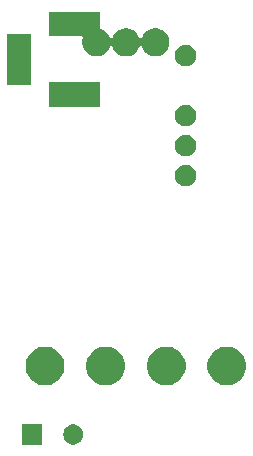
<source format=gbs>
G04 #@! TF.GenerationSoftware,KiCad,Pcbnew,5.1.6*
G04 #@! TF.CreationDate,2020-08-29T11:24:11+02:00*
G04 #@! TF.ProjectId,a1200_pwr,61313230-305f-4707-9772-2e6b69636164,1*
G04 #@! TF.SameCoordinates,Original*
G04 #@! TF.FileFunction,Soldermask,Bot*
G04 #@! TF.FilePolarity,Negative*
%FSLAX46Y46*%
G04 Gerber Fmt 4.6, Leading zero omitted, Abs format (unit mm)*
G04 Created by KiCad (PCBNEW 5.1.6) date 2020-08-29 11:24:11*
%MOMM*%
%LPD*%
G01*
G04 APERTURE LIST*
%ADD10C,0.100000*%
G04 APERTURE END LIST*
D10*
G36*
X141835328Y-96527203D02*
G01*
X141990200Y-96591353D01*
X142129581Y-96684485D01*
X142248115Y-96803019D01*
X142341247Y-96942400D01*
X142405397Y-97097272D01*
X142438100Y-97261684D01*
X142438100Y-97429316D01*
X142405397Y-97593728D01*
X142341247Y-97748600D01*
X142248115Y-97887981D01*
X142129581Y-98006515D01*
X141990200Y-98099647D01*
X141835328Y-98163797D01*
X141670916Y-98196500D01*
X141503284Y-98196500D01*
X141338872Y-98163797D01*
X141184000Y-98099647D01*
X141044619Y-98006515D01*
X140926085Y-97887981D01*
X140832953Y-97748600D01*
X140768803Y-97593728D01*
X140736100Y-97429316D01*
X140736100Y-97261684D01*
X140768803Y-97097272D01*
X140832953Y-96942400D01*
X140926085Y-96803019D01*
X141044619Y-96684485D01*
X141184000Y-96591353D01*
X141338872Y-96527203D01*
X141503284Y-96494500D01*
X141670916Y-96494500D01*
X141835328Y-96527203D01*
G37*
G36*
X138938100Y-98196500D02*
G01*
X137236100Y-98196500D01*
X137236100Y-96494500D01*
X138938100Y-96494500D01*
X138938100Y-98196500D01*
G37*
G36*
X144812932Y-89968466D02*
G01*
X145111119Y-90091979D01*
X145111121Y-90091980D01*
X145379483Y-90271294D01*
X145607706Y-90499517D01*
X145607707Y-90499519D01*
X145787021Y-90767881D01*
X145910534Y-91066068D01*
X145973500Y-91382620D01*
X145973500Y-91705380D01*
X145910534Y-92021932D01*
X145787021Y-92320119D01*
X145787020Y-92320121D01*
X145607706Y-92588483D01*
X145379483Y-92816706D01*
X145111121Y-92996020D01*
X145111120Y-92996021D01*
X145111119Y-92996021D01*
X144812932Y-93119534D01*
X144496380Y-93182500D01*
X144173620Y-93182500D01*
X143857068Y-93119534D01*
X143558881Y-92996021D01*
X143558880Y-92996021D01*
X143558879Y-92996020D01*
X143290517Y-92816706D01*
X143062294Y-92588483D01*
X142882980Y-92320121D01*
X142882979Y-92320119D01*
X142759466Y-92021932D01*
X142696500Y-91705380D01*
X142696500Y-91382620D01*
X142759466Y-91066068D01*
X142882979Y-90767881D01*
X143062293Y-90499519D01*
X143062294Y-90499517D01*
X143290517Y-90271294D01*
X143558879Y-90091980D01*
X143558881Y-90091979D01*
X143857068Y-89968466D01*
X144173620Y-89905500D01*
X144496380Y-89905500D01*
X144812932Y-89968466D01*
G37*
G36*
X155072932Y-89968466D02*
G01*
X155371119Y-90091979D01*
X155371121Y-90091980D01*
X155639483Y-90271294D01*
X155867706Y-90499517D01*
X155867707Y-90499519D01*
X156047021Y-90767881D01*
X156170534Y-91066068D01*
X156233500Y-91382620D01*
X156233500Y-91705380D01*
X156170534Y-92021932D01*
X156047021Y-92320119D01*
X156047020Y-92320121D01*
X155867706Y-92588483D01*
X155639483Y-92816706D01*
X155371121Y-92996020D01*
X155371120Y-92996021D01*
X155371119Y-92996021D01*
X155072932Y-93119534D01*
X154756380Y-93182500D01*
X154433620Y-93182500D01*
X154117068Y-93119534D01*
X153818881Y-92996021D01*
X153818880Y-92996021D01*
X153818879Y-92996020D01*
X153550517Y-92816706D01*
X153322294Y-92588483D01*
X153142980Y-92320121D01*
X153142979Y-92320119D01*
X153019466Y-92021932D01*
X152956500Y-91705380D01*
X152956500Y-91382620D01*
X153019466Y-91066068D01*
X153142979Y-90767881D01*
X153322293Y-90499519D01*
X153322294Y-90499517D01*
X153550517Y-90271294D01*
X153818879Y-90091980D01*
X153818881Y-90091979D01*
X154117068Y-89968466D01*
X154433620Y-89905500D01*
X154756380Y-89905500D01*
X155072932Y-89968466D01*
G37*
G36*
X139682932Y-89968466D02*
G01*
X139981119Y-90091979D01*
X139981121Y-90091980D01*
X140249483Y-90271294D01*
X140477706Y-90499517D01*
X140477707Y-90499519D01*
X140657021Y-90767881D01*
X140780534Y-91066068D01*
X140843500Y-91382620D01*
X140843500Y-91705380D01*
X140780534Y-92021932D01*
X140657021Y-92320119D01*
X140657020Y-92320121D01*
X140477706Y-92588483D01*
X140249483Y-92816706D01*
X139981121Y-92996020D01*
X139981120Y-92996021D01*
X139981119Y-92996021D01*
X139682932Y-93119534D01*
X139366380Y-93182500D01*
X139043620Y-93182500D01*
X138727068Y-93119534D01*
X138428881Y-92996021D01*
X138428880Y-92996021D01*
X138428879Y-92996020D01*
X138160517Y-92816706D01*
X137932294Y-92588483D01*
X137752980Y-92320121D01*
X137752979Y-92320119D01*
X137629466Y-92021932D01*
X137566500Y-91705380D01*
X137566500Y-91382620D01*
X137629466Y-91066068D01*
X137752979Y-90767881D01*
X137932293Y-90499519D01*
X137932294Y-90499517D01*
X138160517Y-90271294D01*
X138428879Y-90091980D01*
X138428881Y-90091979D01*
X138727068Y-89968466D01*
X139043620Y-89905500D01*
X139366380Y-89905500D01*
X139682932Y-89968466D01*
G37*
G36*
X149942932Y-89968466D02*
G01*
X150241119Y-90091979D01*
X150241121Y-90091980D01*
X150509483Y-90271294D01*
X150737706Y-90499517D01*
X150737707Y-90499519D01*
X150917021Y-90767881D01*
X151040534Y-91066068D01*
X151103500Y-91382620D01*
X151103500Y-91705380D01*
X151040534Y-92021932D01*
X150917021Y-92320119D01*
X150917020Y-92320121D01*
X150737706Y-92588483D01*
X150509483Y-92816706D01*
X150241121Y-92996020D01*
X150241120Y-92996021D01*
X150241119Y-92996021D01*
X149942932Y-93119534D01*
X149626380Y-93182500D01*
X149303620Y-93182500D01*
X148987068Y-93119534D01*
X148688881Y-92996021D01*
X148688880Y-92996021D01*
X148688879Y-92996020D01*
X148420517Y-92816706D01*
X148192294Y-92588483D01*
X148012980Y-92320121D01*
X148012979Y-92320119D01*
X147889466Y-92021932D01*
X147826500Y-91705380D01*
X147826500Y-91382620D01*
X147889466Y-91066068D01*
X148012979Y-90767881D01*
X148192293Y-90499519D01*
X148192294Y-90499517D01*
X148420517Y-90271294D01*
X148688879Y-90091980D01*
X148688881Y-90091979D01*
X148987068Y-89968466D01*
X149303620Y-89905500D01*
X149626380Y-89905500D01*
X149942932Y-89968466D01*
G37*
G36*
X151215512Y-74517927D02*
G01*
X151364812Y-74547624D01*
X151528784Y-74615544D01*
X151676354Y-74714147D01*
X151801853Y-74839646D01*
X151900456Y-74987216D01*
X151968376Y-75151188D01*
X152003000Y-75325259D01*
X152003000Y-75502741D01*
X151968376Y-75676812D01*
X151900456Y-75840784D01*
X151801853Y-75988354D01*
X151676354Y-76113853D01*
X151528784Y-76212456D01*
X151364812Y-76280376D01*
X151215512Y-76310073D01*
X151190742Y-76315000D01*
X151013258Y-76315000D01*
X150988488Y-76310073D01*
X150839188Y-76280376D01*
X150675216Y-76212456D01*
X150527646Y-76113853D01*
X150402147Y-75988354D01*
X150303544Y-75840784D01*
X150235624Y-75676812D01*
X150201000Y-75502741D01*
X150201000Y-75325259D01*
X150235624Y-75151188D01*
X150303544Y-74987216D01*
X150402147Y-74839646D01*
X150527646Y-74714147D01*
X150675216Y-74615544D01*
X150839188Y-74547624D01*
X150988488Y-74517927D01*
X151013258Y-74513000D01*
X151190742Y-74513000D01*
X151215512Y-74517927D01*
G37*
G36*
X151215512Y-71977927D02*
G01*
X151364812Y-72007624D01*
X151528784Y-72075544D01*
X151676354Y-72174147D01*
X151801853Y-72299646D01*
X151900456Y-72447216D01*
X151968376Y-72611188D01*
X152003000Y-72785259D01*
X152003000Y-72962741D01*
X151968376Y-73136812D01*
X151900456Y-73300784D01*
X151801853Y-73448354D01*
X151676354Y-73573853D01*
X151528784Y-73672456D01*
X151364812Y-73740376D01*
X151215512Y-73770073D01*
X151190742Y-73775000D01*
X151013258Y-73775000D01*
X150988488Y-73770073D01*
X150839188Y-73740376D01*
X150675216Y-73672456D01*
X150527646Y-73573853D01*
X150402147Y-73448354D01*
X150303544Y-73300784D01*
X150235624Y-73136812D01*
X150201000Y-72962741D01*
X150201000Y-72785259D01*
X150235624Y-72611188D01*
X150303544Y-72447216D01*
X150402147Y-72299646D01*
X150527646Y-72174147D01*
X150675216Y-72075544D01*
X150839188Y-72007624D01*
X150988488Y-71977927D01*
X151013258Y-71973000D01*
X151190742Y-71973000D01*
X151215512Y-71977927D01*
G37*
G36*
X151215512Y-69437927D02*
G01*
X151364812Y-69467624D01*
X151528784Y-69535544D01*
X151676354Y-69634147D01*
X151801853Y-69759646D01*
X151900456Y-69907216D01*
X151968376Y-70071188D01*
X152003000Y-70245259D01*
X152003000Y-70422741D01*
X151968376Y-70596812D01*
X151900456Y-70760784D01*
X151801853Y-70908354D01*
X151676354Y-71033853D01*
X151528784Y-71132456D01*
X151364812Y-71200376D01*
X151215512Y-71230073D01*
X151190742Y-71235000D01*
X151013258Y-71235000D01*
X150988488Y-71230073D01*
X150839188Y-71200376D01*
X150675216Y-71132456D01*
X150527646Y-71033853D01*
X150402147Y-70908354D01*
X150303544Y-70760784D01*
X150235624Y-70596812D01*
X150201000Y-70422741D01*
X150201000Y-70245259D01*
X150235624Y-70071188D01*
X150303544Y-69907216D01*
X150402147Y-69759646D01*
X150527646Y-69634147D01*
X150675216Y-69535544D01*
X150839188Y-69467624D01*
X150988488Y-69437927D01*
X151013258Y-69433000D01*
X151190742Y-69433000D01*
X151215512Y-69437927D01*
G37*
G36*
X143853000Y-69637600D02*
G01*
X139551000Y-69637600D01*
X139551000Y-67535600D01*
X143853000Y-67535600D01*
X143853000Y-69637600D01*
G37*
G36*
X138053000Y-67737600D02*
G01*
X135951000Y-67737600D01*
X135951000Y-63435600D01*
X138053000Y-63435600D01*
X138053000Y-67737600D01*
G37*
G36*
X151215512Y-64357927D02*
G01*
X151364812Y-64387624D01*
X151528784Y-64455544D01*
X151676354Y-64554147D01*
X151801853Y-64679646D01*
X151900456Y-64827216D01*
X151968376Y-64991188D01*
X152003000Y-65165259D01*
X152003000Y-65342741D01*
X151968376Y-65516812D01*
X151900456Y-65680784D01*
X151801853Y-65828354D01*
X151676354Y-65953853D01*
X151528784Y-66052456D01*
X151364812Y-66120376D01*
X151215512Y-66150073D01*
X151190742Y-66155000D01*
X151013258Y-66155000D01*
X150988488Y-66150073D01*
X150839188Y-66120376D01*
X150675216Y-66052456D01*
X150527646Y-65953853D01*
X150402147Y-65828354D01*
X150303544Y-65680784D01*
X150235624Y-65516812D01*
X150201000Y-65342741D01*
X150201000Y-65165259D01*
X150235624Y-64991188D01*
X150303544Y-64827216D01*
X150402147Y-64679646D01*
X150527646Y-64554147D01*
X150675216Y-64455544D01*
X150839188Y-64387624D01*
X150988488Y-64357927D01*
X151013258Y-64353000D01*
X151190742Y-64353000D01*
X151215512Y-64357927D01*
G37*
G36*
X143853000Y-62880052D02*
G01*
X143855402Y-62904438D01*
X143862515Y-62927887D01*
X143874066Y-62949498D01*
X143889611Y-62968440D01*
X143908553Y-62983985D01*
X143930164Y-62995536D01*
X144126569Y-63076890D01*
X144126571Y-63076891D01*
X144322130Y-63207560D01*
X144488440Y-63373870D01*
X144619110Y-63569431D01*
X144690016Y-63740612D01*
X144701567Y-63762223D01*
X144717113Y-63781165D01*
X144736054Y-63796710D01*
X144757665Y-63808261D01*
X144781114Y-63815374D01*
X144805500Y-63817776D01*
X144829886Y-63815374D01*
X144853335Y-63808261D01*
X144874946Y-63796710D01*
X144893888Y-63781164D01*
X144909433Y-63762223D01*
X144920984Y-63740612D01*
X144991890Y-63569431D01*
X145122560Y-63373870D01*
X145288870Y-63207560D01*
X145484429Y-63076891D01*
X145484431Y-63076890D01*
X145701724Y-62986884D01*
X145932400Y-62941000D01*
X146167600Y-62941000D01*
X146398276Y-62986884D01*
X146615569Y-63076890D01*
X146615571Y-63076891D01*
X146811130Y-63207560D01*
X146977440Y-63373870D01*
X147108110Y-63569431D01*
X147179016Y-63740612D01*
X147190567Y-63762223D01*
X147206113Y-63781165D01*
X147225054Y-63796710D01*
X147246665Y-63808261D01*
X147270114Y-63815374D01*
X147294500Y-63817776D01*
X147318886Y-63815374D01*
X147342335Y-63808261D01*
X147363946Y-63796710D01*
X147382888Y-63781164D01*
X147398433Y-63762223D01*
X147409984Y-63740612D01*
X147480890Y-63569431D01*
X147611560Y-63373870D01*
X147777870Y-63207560D01*
X147973429Y-63076891D01*
X147973431Y-63076890D01*
X148190724Y-62986884D01*
X148421400Y-62941000D01*
X148656600Y-62941000D01*
X148887276Y-62986884D01*
X149104569Y-63076890D01*
X149104571Y-63076891D01*
X149300130Y-63207560D01*
X149466440Y-63373870D01*
X149597110Y-63569431D01*
X149687116Y-63786724D01*
X149733000Y-64017400D01*
X149733000Y-64252600D01*
X149687116Y-64483276D01*
X149605776Y-64679647D01*
X149597109Y-64700571D01*
X149466440Y-64896130D01*
X149300130Y-65062440D01*
X149104571Y-65193109D01*
X149104570Y-65193110D01*
X149104569Y-65193110D01*
X148887276Y-65283116D01*
X148656600Y-65329000D01*
X148421400Y-65329000D01*
X148190724Y-65283116D01*
X147973431Y-65193110D01*
X147973430Y-65193110D01*
X147973429Y-65193109D01*
X147777870Y-65062440D01*
X147611560Y-64896130D01*
X147480891Y-64700571D01*
X147472224Y-64679647D01*
X147409984Y-64529388D01*
X147398433Y-64507777D01*
X147382887Y-64488835D01*
X147363946Y-64473290D01*
X147342335Y-64461739D01*
X147318886Y-64454626D01*
X147294500Y-64452224D01*
X147270114Y-64454626D01*
X147246665Y-64461739D01*
X147225054Y-64473290D01*
X147206112Y-64488836D01*
X147190567Y-64507777D01*
X147179016Y-64529388D01*
X147116776Y-64679647D01*
X147108109Y-64700571D01*
X146977440Y-64896130D01*
X146811130Y-65062440D01*
X146615571Y-65193109D01*
X146615570Y-65193110D01*
X146615569Y-65193110D01*
X146398276Y-65283116D01*
X146167600Y-65329000D01*
X145932400Y-65329000D01*
X145701724Y-65283116D01*
X145484431Y-65193110D01*
X145484430Y-65193110D01*
X145484429Y-65193109D01*
X145288870Y-65062440D01*
X145122560Y-64896130D01*
X144991891Y-64700571D01*
X144983224Y-64679647D01*
X144920984Y-64529388D01*
X144909433Y-64507777D01*
X144893887Y-64488835D01*
X144874946Y-64473290D01*
X144853335Y-64461739D01*
X144829886Y-64454626D01*
X144805500Y-64452224D01*
X144781114Y-64454626D01*
X144757665Y-64461739D01*
X144736054Y-64473290D01*
X144717112Y-64488836D01*
X144701567Y-64507777D01*
X144690016Y-64529388D01*
X144627776Y-64679647D01*
X144619109Y-64700571D01*
X144488440Y-64896130D01*
X144322130Y-65062440D01*
X144126571Y-65193109D01*
X144126570Y-65193110D01*
X144126569Y-65193110D01*
X143909276Y-65283116D01*
X143678600Y-65329000D01*
X143443400Y-65329000D01*
X143212724Y-65283116D01*
X142995431Y-65193110D01*
X142995430Y-65193110D01*
X142995429Y-65193109D01*
X142799870Y-65062440D01*
X142633560Y-64896130D01*
X142502891Y-64700571D01*
X142494224Y-64679647D01*
X142412884Y-64483276D01*
X142367000Y-64252600D01*
X142367000Y-64017400D01*
X142412832Y-63786985D01*
X142415234Y-63762599D01*
X142412832Y-63738213D01*
X142405719Y-63714764D01*
X142394168Y-63693153D01*
X142378622Y-63674211D01*
X142359681Y-63658666D01*
X142338070Y-63647115D01*
X142314621Y-63640002D01*
X142290235Y-63637600D01*
X139551000Y-63637600D01*
X139551000Y-61535600D01*
X143853000Y-61535600D01*
X143853000Y-62880052D01*
G37*
M02*

</source>
